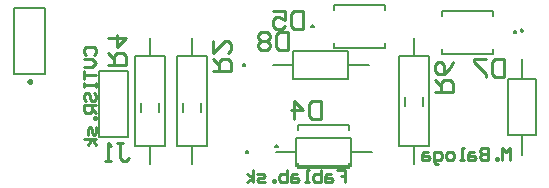
<source format=gbo>
%FSTAX23Y23*%
%MOIN*%
%SFA1B1*%

%IPPOS*%
%ADD10C,0.009843*%
%ADD11C,0.007874*%
%ADD12C,0.010000*%
%ADD38C,0.005000*%
%LNpcb1-1*%
%LPD*%
G54D10*
X00444Y00365D02*
D01*
X00444Y00365*
X00444Y00365*
X00444Y00366*
X00444Y00366*
X00444Y00366*
X00444Y00367*
X00444Y00367*
X00444Y00367*
X00443Y00368*
X00443Y00368*
X00443Y00368*
X00443Y00368*
X00443Y00369*
X00442Y00369*
X00442Y00369*
X00442Y00369*
X00441Y00369*
X00441Y00369*
X00441Y00369*
X0044Y0037*
X0044Y0037*
X0044Y0037*
X00439*
X00439Y0037*
X00439Y0037*
X00438Y00369*
X00438Y00369*
X00438Y00369*
X00437Y00369*
X00437Y00369*
X00437Y00369*
X00436Y00369*
X00436Y00368*
X00436Y00368*
X00436Y00368*
X00436Y00368*
X00435Y00367*
X00435Y00367*
X00435Y00367*
X00435Y00366*
X00435Y00366*
X00435Y00366*
X00435Y00365*
X00435Y00365*
X00435Y00365*
X00435Y00364*
X00435Y00364*
X00435Y00364*
X00435Y00363*
X00435Y00363*
X00435Y00363*
X00435Y00362*
X00435Y00362*
X00436Y00362*
X00436Y00361*
X00436Y00361*
X00436Y00361*
X00436Y00361*
X00437Y00361*
X00437Y0036*
X00437Y0036*
X00438Y0036*
X00438Y0036*
X00438Y0036*
X00439Y0036*
X00439Y0036*
X00439Y0036*
X0044*
X0044Y0036*
X0044Y0036*
X00441Y0036*
X00441Y0036*
X00441Y0036*
X00442Y0036*
X00442Y0036*
X00442Y00361*
X00443Y00361*
X00443Y00361*
X00443Y00361*
X00443Y00361*
X00443Y00362*
X00444Y00362*
X00444Y00362*
X00444Y00363*
X00444Y00363*
X00444Y00363*
X00444Y00364*
X00444Y00364*
X00444Y00364*
X00444Y00365*
G54D11*
X02061Y0053D02*
D01*
X02061Y0053*
X02061Y0053*
X02061Y0053*
X02061Y00531*
X02061Y00531*
X02061Y00531*
X0206Y00531*
X0206Y00532*
X0206Y00532*
X0206Y00532*
X0206Y00532*
X0206Y00532*
X02059Y00533*
X02059Y00533*
X02059Y00533*
X02059Y00533*
X02058Y00533*
X02058Y00533*
X02058Y00533*
X02058Y00533*
X02057Y00533*
X02057Y00533*
X02057*
X02057Y00533*
X02056Y00533*
X02056Y00533*
X02056Y00533*
X02056Y00533*
X02055Y00533*
X02055Y00533*
X02055Y00533*
X02055Y00533*
X02054Y00532*
X02054Y00532*
X02054Y00532*
X02054Y00532*
X02054Y00532*
X02054Y00531*
X02053Y00531*
X02053Y00531*
X02053Y00531*
X02053Y0053*
X02053Y0053*
X02053Y0053*
X02053Y0053*
X02053Y00529*
X02053Y00529*
X02053Y00529*
X02053Y00528*
X02053Y00528*
X02053Y00528*
X02054Y00528*
X02054Y00527*
X02054Y00527*
X02054Y00527*
X02054Y00527*
X02054Y00527*
X02055Y00526*
X02055Y00526*
X02055Y00526*
X02055Y00526*
X02056Y00526*
X02056Y00526*
X02056Y00526*
X02056Y00526*
X02057Y00526*
X02057Y00526*
X02057*
X02057Y00526*
X02058Y00526*
X02058Y00526*
X02058Y00526*
X02058Y00526*
X02059Y00526*
X02059Y00526*
X02059Y00526*
X02059Y00526*
X0206Y00527*
X0206Y00527*
X0206Y00527*
X0206Y00527*
X0206Y00527*
X0206Y00528*
X02061Y00528*
X02061Y00528*
X02061Y00528*
X02061Y00529*
X02061Y00529*
X02061Y00529*
X02061Y0053*
X01386Y0055D02*
D01*
X01386Y0055*
X01386Y0055*
X01386Y0055*
X01386Y00551*
X01386Y00551*
X01386Y00551*
X01385Y00551*
X01385Y00552*
X01385Y00552*
X01385Y00552*
X01385Y00552*
X01385Y00552*
X01384Y00553*
X01384Y00553*
X01384Y00553*
X01384Y00553*
X01383Y00553*
X01383Y00553*
X01383Y00553*
X01383Y00553*
X01382Y00553*
X01382Y00553*
X01382*
X01382Y00553*
X01381Y00553*
X01381Y00553*
X01381Y00553*
X01381Y00553*
X0138Y00553*
X0138Y00553*
X0138Y00553*
X0138Y00553*
X01379Y00552*
X01379Y00552*
X01379Y00552*
X01379Y00552*
X01379Y00552*
X01379Y00551*
X01378Y00551*
X01378Y00551*
X01378Y00551*
X01378Y0055*
X01378Y0055*
X01378Y0055*
X01378Y0055*
X01378Y00549*
X01378Y00549*
X01378Y00549*
X01378Y00548*
X01378Y00548*
X01378Y00548*
X01379Y00548*
X01379Y00547*
X01379Y00547*
X01379Y00547*
X01379Y00547*
X01379Y00547*
X0138Y00546*
X0138Y00546*
X0138Y00546*
X0138Y00546*
X01381Y00546*
X01381Y00546*
X01381Y00546*
X01381Y00546*
X01382Y00546*
X01382Y00546*
X01382*
X01382Y00546*
X01383Y00546*
X01383Y00546*
X01383Y00546*
X01383Y00546*
X01384Y00546*
X01384Y00546*
X01384Y00546*
X01384Y00546*
X01385Y00547*
X01385Y00547*
X01385Y00547*
X01385Y00547*
X01385Y00547*
X01385Y00548*
X01386Y00548*
X01386Y00548*
X01386Y00548*
X01386Y00549*
X01386Y00549*
X01386Y00549*
X01386Y0055*
X01158Y0042D02*
D01*
X01158Y0042*
X01157Y0042*
X01157Y0042*
X01157Y00421*
X01157Y00421*
X01157Y00421*
X01157Y00421*
X01157Y00422*
X01157Y00422*
X01157Y00422*
X01156Y00422*
X01156Y00422*
X01156Y00423*
X01156Y00423*
X01156Y00423*
X01155Y00423*
X01155Y00423*
X01155Y00423*
X01155Y00423*
X01154Y00423*
X01154Y00423*
X01154Y00423*
X01153*
X01153Y00423*
X01153Y00423*
X01153Y00423*
X01152Y00423*
X01152Y00423*
X01152Y00423*
X01152Y00423*
X01151Y00423*
X01151Y00423*
X01151Y00422*
X01151Y00422*
X01151Y00422*
X0115Y00422*
X0115Y00422*
X0115Y00421*
X0115Y00421*
X0115Y00421*
X0115Y00421*
X0115Y0042*
X0115Y0042*
X0115Y0042*
X0115Y0042*
X0115Y00419*
X0115Y00419*
X0115Y00419*
X0115Y00418*
X0115Y00418*
X0115Y00418*
X0115Y00418*
X0115Y00417*
X0115Y00417*
X01151Y00417*
X01151Y00417*
X01151Y00417*
X01151Y00416*
X01151Y00416*
X01152Y00416*
X01152Y00416*
X01152Y00416*
X01152Y00416*
X01153Y00416*
X01153Y00416*
X01153Y00416*
X01153Y00416*
X01154*
X01154Y00416*
X01154Y00416*
X01155Y00416*
X01155Y00416*
X01155Y00416*
X01155Y00416*
X01156Y00416*
X01156Y00416*
X01156Y00416*
X01156Y00417*
X01156Y00417*
X01157Y00417*
X01157Y00417*
X01157Y00417*
X01157Y00418*
X01157Y00418*
X01157Y00418*
X01157Y00418*
X01157Y00419*
X01157Y00419*
X01158Y00419*
X01158Y0042*
X01266Y0015D02*
D01*
X01266Y0015*
X01266Y0015*
X01266Y0015*
X01266Y00151*
X01266Y00151*
X01266Y00151*
X01265Y00151*
X01265Y00152*
X01265Y00152*
X01265Y00152*
X01265Y00152*
X01265Y00152*
X01264Y00153*
X01264Y00153*
X01264Y00153*
X01264Y00153*
X01263Y00153*
X01263Y00153*
X01263Y00153*
X01263Y00153*
X01262Y00153*
X01262Y00153*
X01262*
X01262Y00153*
X01261Y00153*
X01261Y00153*
X01261Y00153*
X01261Y00153*
X0126Y00153*
X0126Y00153*
X0126Y00153*
X0126Y00153*
X01259Y00152*
X01259Y00152*
X01259Y00152*
X01259Y00152*
X01259Y00152*
X01259Y00151*
X01258Y00151*
X01258Y00151*
X01258Y00151*
X01258Y0015*
X01258Y0015*
X01258Y0015*
X01258Y0015*
X01258Y00149*
X01258Y00149*
X01258Y00149*
X01258Y00148*
X01258Y00148*
X01258Y00148*
X01259Y00148*
X01259Y00147*
X01259Y00147*
X01259Y00147*
X01259Y00147*
X01259Y00147*
X0126Y00146*
X0126Y00146*
X0126Y00146*
X0126Y00146*
X01261Y00146*
X01261Y00146*
X01261Y00146*
X01261Y00146*
X01262Y00146*
X01262Y00146*
X01262*
X01262Y00146*
X01263Y00146*
X01263Y00146*
X01263Y00146*
X01263Y00146*
X01264Y00146*
X01264Y00146*
X01264Y00146*
X01264Y00146*
X01265Y00147*
X01265Y00147*
X01265Y00147*
X01265Y00147*
X01265Y00147*
X01265Y00148*
X01266Y00148*
X01266Y00148*
X01266Y00148*
X01266Y00149*
X01266Y00149*
X01266Y00149*
X01266Y0015*
X01168Y0013D02*
D01*
X01168Y0013*
X01167Y0013*
X01167Y0013*
X01167Y00131*
X01167Y00131*
X01167Y00131*
X01167Y00131*
X01167Y00132*
X01167Y00132*
X01167Y00132*
X01166Y00132*
X01166Y00132*
X01166Y00133*
X01166Y00133*
X01166Y00133*
X01165Y00133*
X01165Y00133*
X01165Y00133*
X01165Y00133*
X01164Y00133*
X01164Y00133*
X01164Y00133*
X01163*
X01163Y00133*
X01163Y00133*
X01163Y00133*
X01162Y00133*
X01162Y00133*
X01162Y00133*
X01162Y00133*
X01161Y00133*
X01161Y00133*
X01161Y00132*
X01161Y00132*
X01161Y00132*
X0116Y00132*
X0116Y00132*
X0116Y00131*
X0116Y00131*
X0116Y00131*
X0116Y00131*
X0116Y0013*
X0116Y0013*
X0116Y0013*
X0116Y0013*
X0116Y00129*
X0116Y00129*
X0116Y00129*
X0116Y00128*
X0116Y00128*
X0116Y00128*
X0116Y00128*
X0116Y00127*
X0116Y00127*
X01161Y00127*
X01161Y00127*
X01161Y00127*
X01161Y00126*
X01161Y00126*
X01162Y00126*
X01162Y00126*
X01162Y00126*
X01162Y00126*
X01163Y00126*
X01163Y00126*
X01163Y00126*
X01163Y00126*
X01164*
X01164Y00126*
X01164Y00126*
X01165Y00126*
X01165Y00126*
X01165Y00126*
X01165Y00126*
X01166Y00126*
X01166Y00126*
X01166Y00126*
X01166Y00127*
X01166Y00127*
X01167Y00127*
X01167Y00127*
X01167Y00127*
X01167Y00128*
X01167Y00128*
X01167Y00128*
X01167Y00128*
X01167Y00129*
X01167Y00129*
X01168Y00129*
X01168Y0013*
X02083Y00535D02*
D01*
X02083Y00536*
X02083Y00536*
X02083Y00536*
X02083Y00536*
X02083Y00537*
X02083Y00537*
X02083Y00537*
X02083Y00537*
X02083Y00538*
X02083Y00538*
X02082Y00538*
X02082Y00538*
X02082Y00539*
X02082Y00539*
X02081Y00539*
X02081Y00539*
X02081Y00539*
X02081Y00539*
X0208Y00539*
X0208Y00539*
X0208Y00539*
X0208Y00539*
X02079*
X02079Y00539*
X02079Y00539*
X02079Y00539*
X02078Y00539*
X02078Y00539*
X02078Y00539*
X02078Y00539*
X02077Y00539*
X02077Y00539*
X02077Y00538*
X02077Y00538*
X02076Y00538*
X02076Y00538*
X02076Y00537*
X02076Y00537*
X02076Y00537*
X02076Y00537*
X02076Y00536*
X02076Y00536*
X02076Y00536*
X02076Y00536*
X02076Y00535*
X02076Y00535*
X02076Y00535*
X02076Y00535*
X02076Y00534*
X02076Y00534*
X02076Y00534*
X02076Y00534*
X02076Y00533*
X02076Y00533*
X02076Y00533*
X02077Y00533*
X02077Y00532*
X02077Y00532*
X02077Y00532*
X02078Y00532*
X02078Y00532*
X02078Y00532*
X02078Y00532*
X02079Y00532*
X02079Y00532*
X02079Y00531*
X02079Y00531*
X0208*
X0208Y00531*
X0208Y00532*
X0208Y00532*
X02081Y00532*
X02081Y00532*
X02081Y00532*
X02081Y00532*
X02082Y00532*
X02082Y00532*
X02082Y00532*
X02082Y00533*
X02083Y00533*
X02083Y00533*
X02083Y00533*
X02083Y00534*
X02083Y00534*
X02083Y00534*
X02083Y00534*
X02083Y00535*
X02083Y00535*
X02083Y00535*
X02083Y00535*
X00767Y00179D02*
Y004D01*
X00672Y00179D02*
X00767D01*
X00672D02*
Y004D01*
X00767*
X0089Y0015D02*
Y0045D01*
X0079Y0015D02*
X0089D01*
X0079D02*
Y0045D01*
X0089*
X0084Y0009D02*
Y0015D01*
Y0045D02*
Y0051D01*
X0177Y0015D02*
Y0045D01*
X0167Y0015D02*
X0177D01*
X0167D02*
Y0045D01*
X0177*
X0172Y0009D02*
Y0015D01*
Y0045D02*
Y0051D01*
X00388Y0039D02*
X00491D01*
X00388D02*
Y00609D01*
X00491*
Y0039D02*
Y00609D01*
X01749Y00284D02*
Y00315D01*
X0169Y00284D02*
Y00315D01*
X0081Y00264D02*
Y00295D01*
X00869Y00264D02*
Y00295D01*
X0095Y00264D02*
Y00295D01*
X01009Y00264D02*
Y00295D01*
X0098Y0045D02*
Y0051D01*
Y0009D02*
Y0015D01*
X0093Y0045D02*
X0103D01*
X0093Y0015D02*
Y0045D01*
Y0015D02*
X0103D01*
Y0045*
G54D12*
X00626Y00453D02*
X0062Y0046D01*
Y00473*
X00626Y0048*
X00653*
X0066Y00473*
Y0046*
X00653Y00453*
X0062Y0044D02*
X00646D01*
X0066Y00426*
X00646Y00413*
X0062*
Y004D02*
Y00373D01*
Y00386*
X0066*
X0062Y0036D02*
Y00346D01*
Y00353*
X0066*
Y0036*
Y00346*
X00626Y003D02*
X0062Y00306D01*
Y0032*
X00626Y00326*
X00633*
X0064Y0032*
Y00306*
X00646Y003*
X00653*
X0066Y00306*
Y0032*
X00653Y00326*
X0066Y00286D02*
X0062D01*
Y00266*
X00626Y0026*
X0064*
X00646Y00266*
Y00286*
Y00273D02*
X0066Y0026D01*
Y00246D02*
X00653D01*
Y0024*
X0066*
Y00246*
Y00213D02*
Y00193D01*
X00653Y00186*
X00646Y00193*
Y00206*
X0064Y00213*
X00633Y00206*
Y00186*
X0066Y00173D02*
X0062D01*
X00646D02*
X00633Y00153D01*
X00646Y00173D02*
X0066Y00153D01*
X01349Y00599D02*
Y0054D01*
X01319*
X01309Y0055*
Y00589*
X01319Y00599*
X01349*
X0125D02*
X0129D01*
Y0057*
X0127Y00579*
X0126*
X0125Y0057*
Y0055*
X0126Y0054*
X0128*
X0129Y0055*
X01463Y00069D02*
X0149D01*
Y00049*
X01476*
X0149*
Y0003*
X01443Y00056D02*
X0143D01*
X01423Y00049*
Y0003*
X01443*
X0145Y00036*
X01443Y00043*
X01423*
X0141Y00069D02*
Y0003D01*
X0139*
X01383Y00036*
Y00043*
Y00049*
X0139Y00056*
X0141*
X0137Y0003D02*
X01356D01*
X01363*
Y00069*
X0137*
X0133Y00056D02*
X01316D01*
X0131Y00049*
Y0003*
X0133*
X01336Y00036*
X0133Y00043*
X0131*
X01296Y00069D02*
Y0003D01*
X01276*
X0127Y00036*
Y00043*
Y00049*
X01276Y00056*
X01296*
X01256Y0003D02*
Y00036D01*
X0125*
Y0003*
X01256*
X01223D02*
X01203D01*
X01196Y00036*
X01203Y00043*
X01216*
X01223Y00049*
X01216Y00056*
X01196*
X01183Y0003D02*
Y00069D01*
Y00043D02*
X01163Y00056D01*
X01183Y00043D02*
X01163Y0003D01*
X0204Y00103D02*
Y00143D01*
X02026Y00129*
X02013Y00143*
Y00103*
X02D02*
Y00109D01*
X01993*
Y00103*
X02*
X01966Y00143D02*
Y00103D01*
X01946*
X0194Y00109*
Y00116*
X01946Y00123*
X01966*
X01946*
X0194Y00129*
Y00136*
X01946Y00143*
X01966*
X0192Y00129D02*
X01906D01*
X019Y00123*
Y00103*
X0192*
X01926Y00109*
X0192Y00116*
X019*
X01886Y00103D02*
X01873D01*
X0188*
Y00143*
X01886*
X01846Y00103D02*
X01833D01*
X01826Y00109*
Y00123*
X01833Y00129*
X01846*
X01853Y00123*
Y00109*
X01846Y00103*
X018Y0009D02*
X01793D01*
X01786Y00096*
Y00129*
X01806*
X01813Y00123*
Y00109*
X01806Y00103*
X01786*
X01766Y00129D02*
X01753D01*
X01746Y00123*
Y00103*
X01766*
X01773Y00109*
X01766Y00116*
X01746*
X0073Y00159D02*
X00749D01*
X00739*
Y0011*
X00749Y001*
X00759*
X00769Y0011*
X0071Y001D02*
X0069D01*
X007*
Y00159*
X0071Y00149*
X0179Y0033D02*
X01849D01*
Y0036*
X01839Y0037*
X0182*
X0181Y0036*
Y0033*
Y0035D02*
X0179Y0037D01*
X01849Y00429D02*
X01839Y00409D01*
X0182Y00389*
X018*
X0179Y00399*
Y00419*
X018Y00429*
X0181*
X0182Y00419*
Y00389*
X007Y0042D02*
X00759D01*
Y0045*
X00749Y0046*
X0073*
X0072Y0045*
Y0042*
Y0044D02*
X007Y0046D01*
Y00509D02*
X00759D01*
X0073Y00479*
Y00519*
X0105Y004D02*
X01109D01*
Y0043*
X01099Y0044*
X0108*
X0107Y0043*
Y004*
Y0042D02*
X0105Y0044D01*
Y00499D02*
Y00459D01*
X01089Y00499*
X01099*
X01109Y00489*
Y00469*
X01099Y00459*
X01299Y00529D02*
Y0047D01*
X01269*
X01259Y0048*
Y00519*
X01269Y00529*
X01299*
X0124Y00519D02*
X0123Y00529D01*
X0121*
X012Y00519*
Y00509*
X0121Y005*
X012Y0049*
Y0048*
X0121Y0047*
X0123*
X0124Y0048*
Y0049*
X0123Y005*
X0124Y00509*
Y00519*
X0123Y005D02*
X0121D01*
X02019Y00439D02*
Y0038D01*
X01989*
X01979Y0039*
Y00429*
X01989Y00439*
X02019*
X0196D02*
X0192D01*
Y00429*
X0196Y0039*
Y0038*
X01409Y00299D02*
Y0024D01*
X01379*
X01369Y0025*
Y00289*
X01379Y00299*
X01409*
X0132Y0024D02*
Y00299D01*
X0135Y0027*
X0131*
G54D38*
X01814Y00601D02*
X01985D01*
X01814Y00458D02*
X01985D01*
X01814D02*
Y00475D01*
Y00584D02*
Y00601D01*
X01985Y00458D02*
Y00475D01*
Y00584D02*
Y00601D01*
X01454Y00478D02*
X01625D01*
X01454Y00621D02*
X01625D01*
Y00604D02*
Y00621D01*
Y00478D02*
Y00495D01*
X01454Y00604D02*
Y00621D01*
Y00478D02*
Y00495D01*
X01249Y0042D02*
X01317D01*
X01502D02*
X0157D01*
X01317Y00373D02*
Y0042D01*
Y00466*
X01502*
Y0042D02*
Y00466D01*
Y00373D02*
Y0042D01*
X01317Y00373D02*
X01502D01*
X01334Y00078D02*
X01505D01*
X01334Y00221D02*
X01505D01*
Y00204D02*
Y00221D01*
Y00078D02*
Y00095D01*
X01334Y00204D02*
Y00221D01*
Y00078D02*
Y00095D01*
X01259Y0013D02*
X01327D01*
X01512D02*
X0158D01*
X01327Y00083D02*
Y0013D01*
Y00176*
X01512*
Y0013D02*
Y00176D01*
Y00083D02*
Y0013D01*
X01327Y00083D02*
X01512D01*
X0208Y00372D02*
Y0044D01*
Y00119D02*
Y00187D01*
X02033Y00372D02*
X0208D01*
X02126*
Y00187D02*
Y00372D01*
X0208Y00187D02*
X02126D01*
X02033D02*
X0208D01*
X02033D02*
Y00372D01*
M02*
</source>
